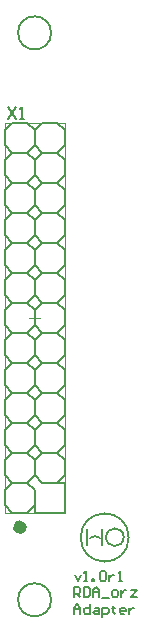
<source format=gto>
G04*
G04 #@! TF.GenerationSoftware,Altium Limited,Altium Designer,20.2.7 (254)*
G04*
G04 Layer_Color=65535*
%FSLAX44Y44*%
%MOMM*%
G71*
G04*
G04 #@! TF.SameCoordinates,A9EDBE35-11DE-427E-9D3E-92A449E16AAC*
G04*
G04*
G04 #@! TF.FilePolarity,Positive*
G04*
G01*
G75*
%ADD10C,0.1500*%
%ADD11C,0.2000*%
%ADD12C,1.0000*%
%ADD13C,0.1000*%
%ADD14C,0.0500*%
D10*
X100500Y77000D02*
G03*
X100500Y77000I-7500J0D01*
G01*
X104702Y76750D02*
G03*
X104702Y76750I-20351J0D01*
G01*
X71934Y76240D02*
X76066Y78260D01*
X80184Y76201D01*
X69500Y70500D02*
Y84250D01*
X82250Y70500D02*
Y84250D01*
X58500Y26599D02*
Y34597D01*
X62499D01*
X63832Y33264D01*
Y30598D01*
X62499Y29265D01*
X58500D01*
X61166D02*
X63832Y26599D01*
X66497Y34597D02*
Y26599D01*
X70496D01*
X71829Y27932D01*
Y33264D01*
X70496Y34597D01*
X66497D01*
X74495Y26599D02*
Y31931D01*
X77161Y34597D01*
X79826Y31931D01*
Y26599D01*
Y30598D01*
X74495D01*
X82492Y25266D02*
X87824D01*
X91823Y26599D02*
X94488D01*
X95821Y27932D01*
Y30598D01*
X94488Y31931D01*
X91823D01*
X90490Y30598D01*
Y27932D01*
X91823Y26599D01*
X98487Y31931D02*
Y26599D01*
Y29265D01*
X99820Y30598D01*
X101153Y31931D01*
X102486D01*
X106484D02*
X111816D01*
X106484Y26599D01*
X111816D01*
X58500Y12069D02*
Y17401D01*
X61166Y20067D01*
X63832Y17401D01*
Y12069D01*
Y16068D01*
X58500D01*
X71829Y20067D02*
Y12069D01*
X67830D01*
X66497Y13402D01*
Y16068D01*
X67830Y17401D01*
X71829D01*
X75828D02*
X78493D01*
X79826Y16068D01*
Y12069D01*
X75828D01*
X74495Y13402D01*
X75828Y14735D01*
X79826D01*
X82492Y9403D02*
Y17401D01*
X86491D01*
X87824Y16068D01*
Y13402D01*
X86491Y12069D01*
X82492D01*
X91823Y18734D02*
Y17401D01*
X90490D01*
X93155D01*
X91823D01*
Y13402D01*
X93155Y12069D01*
X101153D02*
X98487D01*
X97154Y13402D01*
Y16068D01*
X98487Y17401D01*
X101153D01*
X102486Y16068D01*
Y14735D01*
X97154D01*
X105152Y17401D02*
Y12069D01*
Y14735D01*
X106484Y16068D01*
X107817Y17401D01*
X109150D01*
X59000Y45332D02*
X61666Y40000D01*
X64332Y45332D01*
X66997Y40000D02*
X69663D01*
X68330D01*
Y47997D01*
X66997Y46665D01*
X73662Y40000D02*
Y41333D01*
X74995D01*
Y40000D01*
X73662D01*
X80326Y46665D02*
X81659Y47997D01*
X84325D01*
X85658Y46665D01*
Y41333D01*
X84325Y40000D01*
X81659D01*
X80326Y41333D01*
Y46665D01*
X88324Y45332D02*
Y40000D01*
Y42666D01*
X89657Y43999D01*
X90990Y45332D01*
X92323D01*
X96321Y40000D02*
X98987D01*
X97654D01*
Y47997D01*
X96321Y46665D01*
X2335Y440998D02*
X9000Y431002D01*
Y440998D02*
X2335Y431002D01*
X12332D02*
X15664D01*
X13998D01*
Y440998D01*
X12332Y439332D01*
D11*
X39000Y504000D02*
G03*
X39000Y504000I-14000J0D01*
G01*
Y24000D02*
G03*
X39000Y24000I-14000J0D01*
G01*
X31350Y428100D02*
X44050D01*
X31350Y402700D02*
X44050D01*
X31350Y377300D02*
X44050D01*
X31350D02*
X44050D01*
X31350D02*
X44050D01*
X31350Y351900D02*
X44050D01*
X31350D02*
X44050D01*
X31350D02*
X44050D01*
X31350Y326500D02*
X44050D01*
X31350D02*
X44050D01*
X31350D02*
X44050D01*
X31350Y301100D02*
X44050D01*
X31350D02*
X44050D01*
X31350Y275700D02*
X44050D01*
X31350Y250300D02*
X44050D01*
X31350Y224900D02*
X44050D01*
X31350Y199500D02*
X44050D01*
X31350Y174100D02*
X44050D01*
X31350Y148700D02*
X44050D01*
X25000Y409050D02*
Y421750D01*
X18650Y402700D02*
X25000Y396350D01*
X18650Y377300D02*
X25000Y370950D01*
X18650Y377300D02*
X25000Y383650D01*
X18650Y351900D02*
X25000Y358250D01*
X18650Y326500D02*
X25000Y332850D01*
Y307450D02*
Y320150D01*
X18650Y301100D02*
X25000Y294750D01*
X18650Y275700D02*
X25000Y282050D01*
X18650Y275700D02*
X25000Y269350D01*
X18650Y250300D02*
X25000Y256650D01*
X18650Y224900D02*
X25000Y231250D01*
Y205850D02*
Y218550D01*
X18650Y199500D02*
X25000Y193150D01*
X18650Y174100D02*
X25000Y180450D01*
X18650Y174100D02*
X25000Y167750D01*
X18650Y148700D02*
X25000Y155050D01*
X18650Y123300D02*
X25000Y129650D01*
X-400Y409050D02*
Y421750D01*
Y409050D02*
Y421750D01*
Y396350D02*
X5950Y402700D01*
X-400Y370950D02*
X5950Y377300D01*
X-400Y383650D02*
X5950Y377300D01*
X-400Y358250D02*
X5950Y351900D01*
X-400Y332850D02*
X5950Y326500D01*
X-400Y307450D02*
Y320150D01*
Y307450D02*
Y320150D01*
Y294750D02*
X5950Y301100D01*
X-400Y282050D02*
X5950Y275700D01*
X-400Y269350D02*
X5950Y275700D01*
X-400Y256650D02*
X5950Y250300D01*
X-400Y231250D02*
X5950Y224900D01*
X-400Y205850D02*
Y218550D01*
Y205850D02*
Y218550D01*
Y193150D02*
X5950Y199500D01*
X-400Y180450D02*
X5950Y174100D01*
X-400Y167750D02*
X5950Y174100D01*
X-400Y155050D02*
X5950Y148700D01*
X-400Y129650D02*
X5950Y123300D01*
X-400Y104250D02*
Y116950D01*
Y104250D02*
Y116950D01*
X18650Y402700D02*
X25000Y409050D01*
X18650Y428100D02*
X25000Y421750D01*
Y383650D02*
Y396350D01*
X18650Y351900D02*
X25000Y345550D01*
Y332850D02*
Y345550D01*
X18650Y326500D02*
X25000Y320150D01*
X18650Y301100D02*
X25000Y307450D01*
Y358250D02*
Y370950D01*
X18650Y250300D02*
X25000Y243950D01*
X18650Y224900D02*
X25000Y218550D01*
Y231250D02*
Y243950D01*
Y256650D02*
Y269350D01*
X18650Y199500D02*
X25000Y205850D01*
X18650Y148700D02*
X25000Y142350D01*
Y155050D02*
Y167750D01*
Y180450D02*
Y193150D01*
X18650Y97900D02*
X25000Y104250D01*
X18650Y123300D02*
X25000Y116950D01*
Y97900D02*
Y116950D01*
X-400Y421750D02*
X5950Y428100D01*
X-400Y409050D02*
X5950Y402700D01*
X-400Y383650D02*
Y396350D01*
Y383650D02*
Y396350D01*
Y345550D02*
X5950Y351900D01*
X-400Y332850D02*
Y345550D01*
Y332850D02*
Y345550D01*
Y307450D02*
X5950Y301100D01*
X-400Y320150D02*
X5950Y326500D01*
X-400Y358250D02*
Y370950D01*
Y358250D02*
Y370950D01*
Y256650D02*
Y269350D01*
Y243950D02*
X5950Y250300D01*
X-400Y231250D02*
Y243950D01*
Y218550D02*
X5950Y224900D01*
X-400Y231250D02*
Y243950D01*
Y256650D02*
Y269350D01*
Y205850D02*
X5950Y199500D01*
X-400Y180450D02*
Y193150D01*
Y155050D02*
Y167750D01*
Y142350D02*
X5950Y148700D01*
X-400Y155050D02*
Y167750D01*
Y180450D02*
Y193150D01*
Y104250D02*
X5950Y97900D01*
X-400Y116950D02*
X5950Y123300D01*
X25000Y282050D02*
Y294750D01*
Y129650D02*
Y142350D01*
X-400Y282050D02*
Y294750D01*
Y282050D02*
Y294750D01*
Y129650D02*
Y142350D01*
Y129650D02*
Y142350D01*
X5950Y428100D02*
X18650D01*
X50400Y409050D02*
Y421750D01*
X44050Y402700D02*
X50400Y396350D01*
X25000D02*
X31350Y402700D01*
X5950D02*
X18650D01*
X5950Y377300D02*
X18650D01*
X25000Y370950D02*
X31350Y377300D01*
X44050D02*
X50400Y370950D01*
X44050Y377300D02*
X50400Y383650D01*
X25000D02*
X31350Y377300D01*
X5950D02*
X18650D01*
X5950D02*
X18650D01*
X5950Y351900D02*
X18650D01*
X5950D02*
X18650D01*
X5950D02*
X18650D01*
X25000Y358250D02*
X31350Y351900D01*
X44050D02*
X50400Y358250D01*
X5950Y326500D02*
X18650D01*
X5950D02*
X18650D01*
X25000Y332850D02*
X31350Y326500D01*
X44050D02*
X50400Y332850D01*
X5950Y326500D02*
X18650D01*
X50400Y307450D02*
Y320150D01*
X5950Y301100D02*
X18650D01*
X5950D02*
X18650D01*
X25000Y294750D02*
X31350Y301100D01*
X44050D02*
X50400Y294750D01*
X5950Y275700D02*
X18650D01*
X44050D02*
X50400Y269350D01*
X25000D02*
X31350Y275700D01*
X25000Y282050D02*
X31350Y275700D01*
X44050D02*
X50400Y282050D01*
X5950Y250300D02*
X18650D01*
X44050D02*
X50400Y256650D01*
X25000D02*
X31350Y250300D01*
X5950Y224900D02*
X18650D01*
X25000Y231250D02*
X31350Y224900D01*
X44050D02*
X50400Y231250D01*
Y205850D02*
Y218550D01*
X5950Y199500D02*
X18650D01*
X25000Y193150D02*
X31350Y199500D01*
X44050D02*
X50400Y193150D01*
X5950Y174100D02*
X18650D01*
X44050D02*
X50400Y167750D01*
X25000D02*
X31350Y174100D01*
X25000Y180450D02*
X31350Y174100D01*
X44050D02*
X50400Y180450D01*
X5950Y148700D02*
X18650D01*
X44050D02*
X50400Y155050D01*
X25000D02*
X31350Y148700D01*
Y123300D02*
X50400D01*
X25000Y129650D02*
X31350Y123300D01*
X44050D02*
X50400Y129650D01*
X5950Y123300D02*
X18650D01*
X25000Y97900D02*
X50400D01*
X5950D02*
X18650D01*
X25000Y409050D02*
X31350Y402700D01*
X25000Y421750D02*
X31350Y428100D01*
X44050D02*
X50400Y421750D01*
X44050Y402700D02*
X50400Y409050D01*
Y383650D02*
Y396350D01*
Y332850D02*
Y345550D01*
X25000D02*
X31350Y351900D01*
X44050D02*
X50400Y345550D01*
X44050Y301100D02*
X50400Y307450D01*
X44050Y326500D02*
X50400Y320150D01*
X25000D02*
X31350Y326500D01*
X25000Y307450D02*
X31350Y301100D01*
X50400Y358250D02*
Y370950D01*
Y256650D02*
Y269350D01*
Y231250D02*
Y243950D01*
X44050Y224900D02*
X50400Y218550D01*
X25000D02*
X31350Y224900D01*
X25000Y243950D02*
X31350Y250300D01*
X44050D02*
X50400Y243950D01*
Y180450D02*
Y193150D01*
Y155050D02*
Y167750D01*
X25000Y142350D02*
X31350Y148700D01*
X44050D02*
X50400Y142350D01*
X44050Y199500D02*
X50400Y205850D01*
X25000D02*
X31350Y199500D01*
X50400Y97900D02*
Y123300D01*
Y282050D02*
Y294750D01*
Y129650D02*
Y142350D01*
D12*
X13291Y85500D02*
G03*
X13291Y85500I-791J0D01*
G01*
D13*
X31350Y428100D02*
X44050D01*
X31350Y402700D02*
X44050D01*
X31350Y377300D02*
X44050D01*
X31350Y351900D02*
X44050D01*
X31350Y326500D02*
X44050D01*
X31350Y301100D02*
X44050D01*
X31350Y275700D02*
X44050D01*
X31350Y250300D02*
X44050D01*
X31350Y224900D02*
X44050D01*
X31350Y199500D02*
X44050D01*
X31350Y174100D02*
X44050D01*
X31350Y148700D02*
X44050D01*
X25000Y409050D02*
Y421750D01*
X18650Y402700D02*
X25000Y396350D01*
X18650Y377300D02*
X25000Y383650D01*
X18650Y377300D02*
X25000Y370950D01*
X18650Y351900D02*
X25000Y358250D01*
X18650Y326500D02*
X25000Y332850D01*
Y307450D02*
Y320150D01*
X18650Y301100D02*
X25000Y294750D01*
X18650Y275700D02*
X25000Y282050D01*
X18650Y275700D02*
X25000Y269350D01*
X18650Y250300D02*
X25000Y256650D01*
X18650Y224900D02*
X25000Y231250D01*
Y205850D02*
Y218550D01*
X18650Y199500D02*
X25000Y193150D01*
X18650Y174100D02*
X25000Y180450D01*
X18650Y174100D02*
X25000Y167750D01*
X18650Y148700D02*
X25000Y155050D01*
X18650Y123300D02*
X25000Y129650D01*
X-400Y409050D02*
Y421750D01*
Y396350D02*
X5950Y402700D01*
X-400Y383650D02*
X5950Y377300D01*
X-400Y370950D02*
X5950Y377300D01*
X-400Y358250D02*
X5950Y351900D01*
X-400Y332850D02*
X5950Y326500D01*
X-400Y307450D02*
Y320150D01*
Y294750D02*
X5950Y301100D01*
X-400Y282050D02*
X5950Y275700D01*
X-400Y269350D02*
X5950Y275700D01*
X-400Y256650D02*
X5950Y250300D01*
X-400Y231250D02*
X5950Y224900D01*
X-400Y205850D02*
Y218550D01*
Y193150D02*
X5950Y199500D01*
X-400Y180450D02*
X5950Y174100D01*
X-400Y167750D02*
X5950Y174100D01*
X-400Y155050D02*
X5950Y148700D01*
X-400Y129650D02*
X5950Y123300D01*
X-400Y104250D02*
Y116950D01*
X18650Y428100D02*
X25000Y421750D01*
X18650Y402700D02*
X25000Y409050D01*
Y383650D02*
Y396350D01*
Y332850D02*
Y345550D01*
Y358250D02*
Y370950D01*
X18650Y301100D02*
X25000Y307450D01*
X18650Y326500D02*
X25000Y320150D01*
X18650Y351900D02*
X25000Y345550D01*
Y256650D02*
Y269350D01*
Y231250D02*
Y243950D01*
X18650Y224900D02*
X25000Y218550D01*
X18650Y250300D02*
X25000Y243950D01*
X18650Y199500D02*
X25000Y205850D01*
Y180450D02*
Y193150D01*
Y155050D02*
Y167750D01*
X18650Y148700D02*
X25000Y142350D01*
X18650Y97900D02*
X25000Y104250D01*
X18650Y123300D02*
X25000Y116950D01*
Y97900D02*
Y116950D01*
X-400Y421750D02*
X5950Y428100D01*
X-400Y409050D02*
X5950Y402700D01*
X-400Y383650D02*
Y396350D01*
Y332850D02*
Y345550D01*
Y320150D02*
X5950Y326500D01*
X-400Y307450D02*
X5950Y301100D01*
X-400Y358250D02*
Y370950D01*
Y345550D02*
X5950Y351900D01*
X-400Y218550D02*
X5950Y224900D01*
X-400Y256650D02*
Y269350D01*
Y231250D02*
Y243950D01*
X5950Y250300D01*
X-400Y205850D02*
X5950Y199500D01*
X-400Y180450D02*
Y193150D01*
Y155050D02*
Y167750D01*
Y142350D02*
X5950Y148700D01*
X-400Y104250D02*
X5950Y97900D01*
X-400Y116950D02*
X5950Y123300D01*
X25000Y282050D02*
Y294750D01*
Y129650D02*
Y142350D01*
X-400Y282050D02*
Y294750D01*
Y129650D02*
Y142350D01*
X5950Y428100D02*
X18650D01*
X50400Y409050D02*
Y421750D01*
X25000Y396350D02*
X31350Y402700D01*
X44050D02*
X50400Y396350D01*
X5950Y402700D02*
X18650D01*
X25000Y383650D02*
X31350Y377300D01*
X25000Y370950D02*
X31350Y377300D01*
X44050D02*
X50400Y383650D01*
X44050Y377300D02*
X50400Y370950D01*
X5950Y377300D02*
X18650D01*
X25000Y358250D02*
X31350Y351900D01*
X44050D02*
X50400Y358250D01*
X5950Y351900D02*
X18650D01*
X25000Y332850D02*
X31350Y326500D01*
X44050D02*
X50400Y332850D01*
X5950Y326500D02*
X18650D01*
X50400Y307450D02*
Y320150D01*
X25000Y294750D02*
X31350Y301100D01*
X44050D02*
X50400Y294750D01*
X5950Y301100D02*
X18650D01*
X25000Y282050D02*
X31350Y275700D01*
X25000Y269350D02*
X31350Y275700D01*
X44050D02*
X50400Y282050D01*
X44050Y275700D02*
X50400Y269350D01*
X5950Y275700D02*
X18650D01*
X25000Y256650D02*
X31350Y250300D01*
X44050D02*
X50400Y256650D01*
X5950Y250300D02*
X18650D01*
X25000Y231250D02*
X31350Y224900D01*
X44050D02*
X50400Y231250D01*
X5950Y224900D02*
X18650D01*
X50400Y205850D02*
Y218550D01*
X25000Y193150D02*
X31350Y199500D01*
X44050D02*
X50400Y193150D01*
X5950Y199500D02*
X18650D01*
X25000Y180450D02*
X31350Y174100D01*
X25000Y167750D02*
X31350Y174100D01*
X44050D02*
X50400Y180450D01*
X44050Y174100D02*
X50400Y167750D01*
X5950Y174100D02*
X18650D01*
X25000Y155050D02*
X31350Y148700D01*
X44050D02*
X50400Y155050D01*
X5950Y148700D02*
X18650D01*
X31350Y123300D02*
X50400D01*
X25000Y129650D02*
X31350Y123300D01*
X44050D02*
X50400Y129650D01*
X25000Y97900D02*
X50400D01*
X5950D02*
X18650D01*
X25000Y421750D02*
X31350Y428100D01*
X44050D02*
X50400Y421750D01*
X25000Y409050D02*
X31350Y402700D01*
X44050D02*
X50400Y409050D01*
Y383650D02*
Y396350D01*
Y332850D02*
Y345550D01*
X25000Y307450D02*
X31350Y301100D01*
X25000Y320150D02*
X31350Y326500D01*
X44050D02*
X50400Y320150D01*
X44050Y301100D02*
X50400Y307450D01*
Y358250D02*
Y370950D01*
X25000Y345550D02*
X31350Y351900D01*
X44050D02*
X50400Y345550D01*
X25000Y218550D02*
X31350Y224900D01*
X44050D02*
X50400Y218550D01*
Y256650D02*
Y269350D01*
Y231250D02*
Y243950D01*
X25000D02*
X31350Y250300D01*
X44050D02*
X50400Y243950D01*
X25000Y205850D02*
X31350Y199500D01*
X44050D02*
X50400Y205850D01*
Y180450D02*
Y193150D01*
Y155050D02*
Y167750D01*
X25000Y142350D02*
X31350Y148700D01*
X44050D02*
X50400Y142350D01*
Y97900D02*
Y123300D01*
Y282050D02*
Y294750D01*
Y129650D02*
Y142350D01*
X25000Y258000D02*
Y268000D01*
X20000Y263000D02*
X30000D01*
D14*
X50400Y97900D02*
Y428100D01*
X-400Y97900D02*
Y428100D01*
X50400D01*
X-400Y97900D02*
X50400D01*
M02*

</source>
